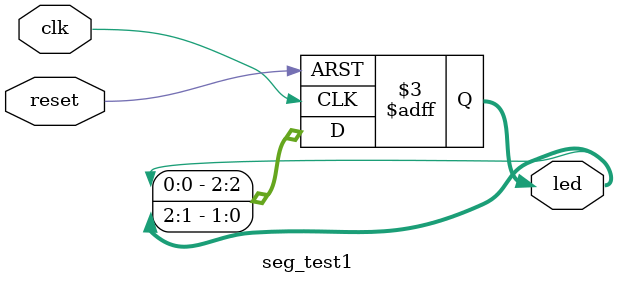
<source format=v>
module seg_test1(
	input wire clk,
	input wire reset,
	output reg[2:0] led
);

always@(posedge clk,negedge reset )begin
	if(!reset)
		led<=3'b001;
	else
		led<={led[0],led[2:1]};
end

endmodule
</source>
